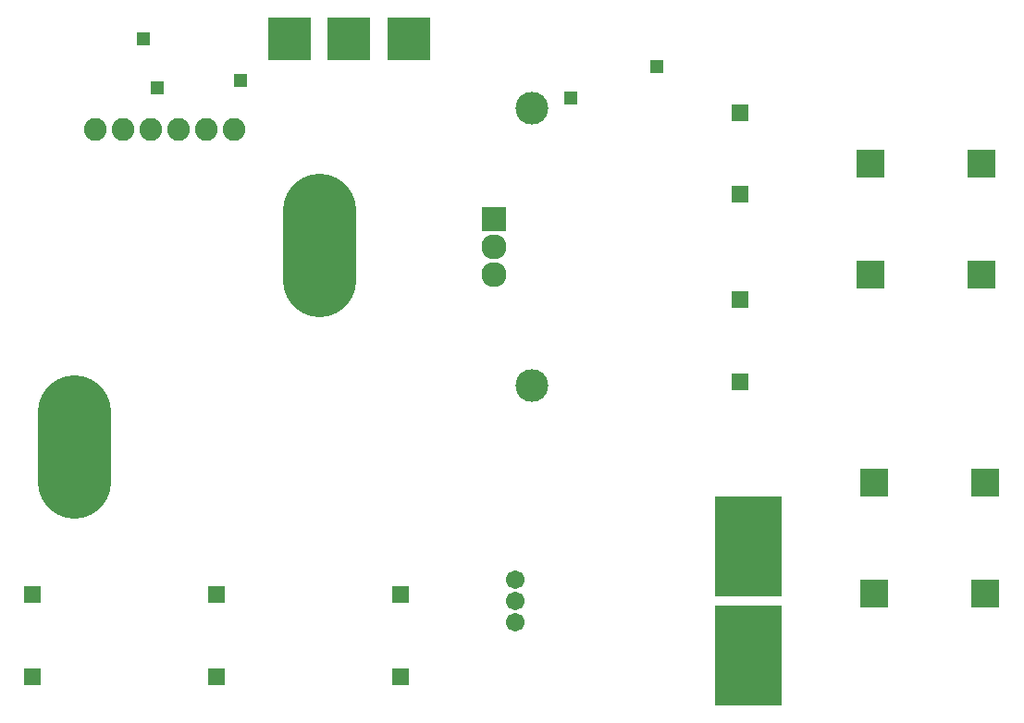
<source format=gbs>
G75*
%MOIN*%
%OFA0B0*%
%FSLAX24Y24*%
%IPPOS*%
%LPD*%
%AMOC8*
5,1,8,0,0,1.08239X$1,22.5*
%
%ADD10R,0.1025X0.1025*%
%ADD11C,0.0820*%
%ADD12R,0.0905X0.0905*%
%ADD13C,0.0905*%
%ADD14C,0.1182*%
%ADD15R,0.0595X0.0595*%
%ADD16C,0.0671*%
%ADD17R,0.2442X0.3623*%
%ADD18C,0.0477*%
%ADD19C,0.2620*%
%ADD20R,0.1580X0.1580*%
%ADD21R,0.0476X0.0476*%
D10*
X033861Y016660D03*
X037861Y016660D03*
X037861Y020660D03*
X033861Y020660D03*
X033986Y009160D03*
X037986Y009160D03*
X037986Y005160D03*
X033986Y005160D03*
D11*
X010910Y021910D03*
X009910Y021910D03*
X008910Y021910D03*
X007910Y021910D03*
X006910Y021910D03*
X005910Y021910D03*
D12*
X020279Y018660D03*
D13*
X020279Y017660D03*
X020279Y016660D03*
D14*
X021660Y012660D03*
X021660Y022660D03*
D15*
X003660Y002184D03*
X003660Y005136D03*
X010285Y005136D03*
X010285Y002184D03*
X016910Y002184D03*
X016910Y005136D03*
X029160Y012809D03*
X029160Y015761D03*
X029160Y019559D03*
X029160Y022511D03*
D16*
X021035Y005662D03*
X021035Y004910D03*
X021035Y004158D03*
D17*
X029460Y002941D03*
X029460Y006879D03*
D18*
X028673Y007142D03*
X028673Y007666D03*
X028830Y008138D03*
X029185Y008414D03*
X029736Y008414D03*
X030090Y008138D03*
X030248Y007666D03*
X030248Y007142D03*
X030248Y006615D03*
X030248Y006091D03*
X030090Y005619D03*
X029736Y005343D03*
X029185Y005343D03*
X028830Y005619D03*
X028673Y006091D03*
X028673Y006615D03*
X029185Y004477D03*
X028830Y004201D03*
X028673Y003729D03*
X028673Y003205D03*
X028673Y002678D03*
X028673Y002154D03*
X028830Y001682D03*
X029185Y001406D03*
X029736Y001406D03*
X030090Y001682D03*
X030248Y002154D03*
X030248Y002678D03*
X030248Y003205D03*
X030248Y003729D03*
X030090Y004201D03*
X029736Y004477D03*
D19*
X013995Y016484D02*
X013995Y019024D01*
X005136Y011741D02*
X005136Y009201D01*
D20*
X012910Y025160D03*
X015056Y025160D03*
X017201Y025160D03*
D21*
X023035Y023035D03*
X026160Y024160D03*
X011160Y023660D03*
X008160Y023410D03*
X007660Y025160D03*
M02*

</source>
